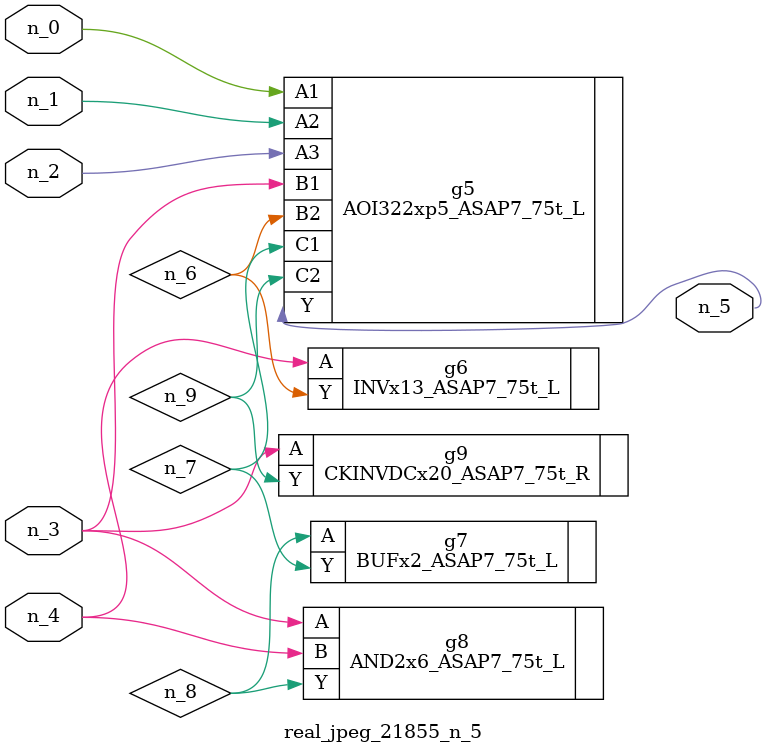
<source format=v>
module real_jpeg_21855_n_5 (n_4, n_0, n_1, n_2, n_3, n_5);

input n_4;
input n_0;
input n_1;
input n_2;
input n_3;

output n_5;

wire n_8;
wire n_6;
wire n_7;
wire n_9;

AOI322xp5_ASAP7_75t_L g5 ( 
.A1(n_0),
.A2(n_1),
.A3(n_2),
.B1(n_3),
.B2(n_6),
.C1(n_7),
.C2(n_9),
.Y(n_5)
);

AND2x6_ASAP7_75t_L g8 ( 
.A(n_3),
.B(n_4),
.Y(n_8)
);

CKINVDCx20_ASAP7_75t_R g9 ( 
.A(n_3),
.Y(n_9)
);

INVx13_ASAP7_75t_L g6 ( 
.A(n_4),
.Y(n_6)
);

BUFx2_ASAP7_75t_L g7 ( 
.A(n_8),
.Y(n_7)
);


endmodule
</source>
